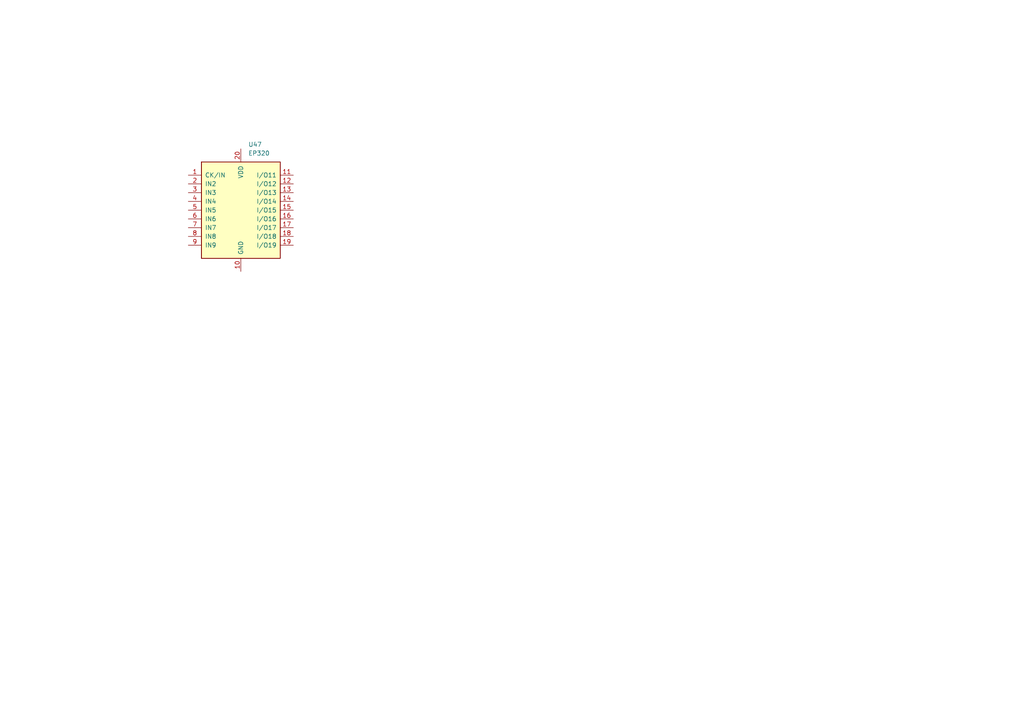
<source format=kicad_sch>
(kicad_sch (version 20250114) (generator "eeschema") (generator_version "9.0")
  (paper "A4")
  (lib_symbols
    (symbol "CPLD_Altera:EP320" (pin_names (offset 1.016))
      (property "Reference" "U" (at -2.54 17.145 0))
      (property "Value" "EP320" (at -2.54 15.24 0))
      (symbol "EP320_0_1"
        (rectangle (start -11.43 -13.97) (end 11.43 13.97) (stroke (width 0.254)) (fill (type background)))
      )
      (symbol "EP320_1_1"
        (pin input line (at -15.24 10.16 0) (length 3.81) (name "CK/IN") (number "1"))
        (pin input line (at -15.24 7.62 0) (length 3.81) (name "IN2") (number "2"))
        (pin input line (at -15.24 5.08 0) (length 3.81) (name "IN3") (number "3"))
        (pin input line (at -15.24 2.54 0) (length 3.81) (name "IN4") (number "4"))
        (pin input line (at -15.24 0 0) (length 3.81) (name "IN5") (number "5"))
        (pin input line (at -15.24 -2.54 0) (length 3.81) (name "IN6") (number "6"))
        (pin input line (at -15.24 -5.08 0) (length 3.81) (name "IN7") (number "7"))
        (pin input line (at -15.24 -7.62 0) (length 3.81) (name "IN8") (number "8"))
        (pin input line (at -15.24 -10.16 0) (length 3.81) (name "IN9") (number "9"))
        (pin power_in line (at 0 17.78 270) (length 3.81) (name "VDD") (number "20"))
        (pin power_in line (at 0 -17.78 90) (length 3.81) (name "GND") (number "10"))
        (pin bidirectional line (at 15.24 10.16 180) (length 3.81) (name "I/O11") (number "11"))
        (pin bidirectional line (at 15.24 7.62 180) (length 3.81) (name "I/O12") (number "12"))
        (pin bidirectional line (at 15.24 5.08 180) (length 3.81) (name "I/O13") (number "13"))
        (pin bidirectional line (at 15.24 2.54 180) (length 3.81) (name "I/O14") (number "14"))
        (pin bidirectional line (at 15.24 0 180) (length 3.81) (name "I/O15") (number "15"))
        (pin bidirectional line (at 15.24 -2.54 180) (length 3.81) (name "I/O16") (number "16"))
        (pin bidirectional line (at 15.24 -5.08 180) (length 3.81) (name "I/O17") (number "17"))
        (pin bidirectional line (at 15.24 -7.62 180) (length 3.81) (name "I/O18") (number "18"))
        (pin bidirectional line (at 15.24 -10.16 180) (length 3.81) (name "I/O19") (number "19"))
      )
    )
  )
  (symbol (lib_id "CPLD_Altera:EP320") (at 69.85 60.96 0) (unit 1)
    (property "Reference" "U47" (at 71.9933 41.91 0) (effects (justify left)))
    (property "Value" "EP320" (at 71.9933 44.45 0) (effects (justify left)))
    (property "Description" "EPLD" (effects (hide yes)))
  )
)
</source>
